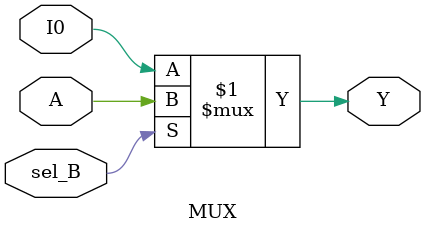
<source format=sv>
module MUX(input wire A, I0,
           input wire sel_B,
           output reg Y);
  
  assign Y = sel_B ? A : I0;
  
endmodule

</source>
